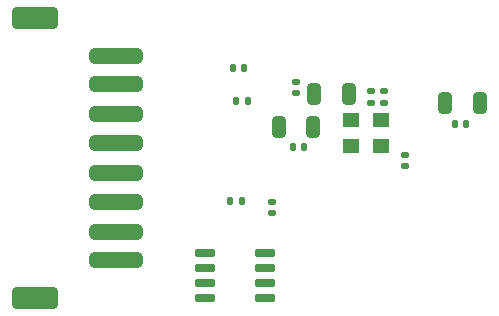
<source format=gbr>
%TF.GenerationSoftware,KiCad,Pcbnew,8.0.5*%
%TF.CreationDate,2024-11-05T15:42:22+00:00*%
%TF.ProjectId,ADE_Main_V4,4144455f-4d61-4696-9e5f-56342e6b6963,rev?*%
%TF.SameCoordinates,Original*%
%TF.FileFunction,Paste,Bot*%
%TF.FilePolarity,Positive*%
%FSLAX46Y46*%
G04 Gerber Fmt 4.6, Leading zero omitted, Abs format (unit mm)*
G04 Created by KiCad (PCBNEW 8.0.5) date 2024-11-05 15:42:22*
%MOMM*%
%LPD*%
G01*
G04 APERTURE LIST*
G04 Aperture macros list*
%AMRoundRect*
0 Rectangle with rounded corners*
0 $1 Rounding radius*
0 $2 $3 $4 $5 $6 $7 $8 $9 X,Y pos of 4 corners*
0 Add a 4 corners polygon primitive as box body*
4,1,4,$2,$3,$4,$5,$6,$7,$8,$9,$2,$3,0*
0 Add four circle primitives for the rounded corners*
1,1,$1+$1,$2,$3*
1,1,$1+$1,$4,$5*
1,1,$1+$1,$6,$7*
1,1,$1+$1,$8,$9*
0 Add four rect primitives between the rounded corners*
20,1,$1+$1,$2,$3,$4,$5,0*
20,1,$1+$1,$4,$5,$6,$7,0*
20,1,$1+$1,$6,$7,$8,$9,0*
20,1,$1+$1,$8,$9,$2,$3,0*%
G04 Aperture macros list end*
%ADD10RoundRect,0.250000X0.325000X0.650000X-0.325000X0.650000X-0.325000X-0.650000X0.325000X-0.650000X0*%
%ADD11R,1.400000X1.200000*%
%ADD12RoundRect,0.325000X1.925000X-0.325000X1.925000X0.325000X-1.925000X0.325000X-1.925000X-0.325000X0*%
%ADD13RoundRect,0.300001X1.649999X-0.599999X1.649999X0.599999X-1.649999X0.599999X-1.649999X-0.599999X0*%
%ADD14RoundRect,0.140000X-0.170000X0.140000X-0.170000X-0.140000X0.170000X-0.140000X0.170000X0.140000X0*%
%ADD15RoundRect,0.140000X0.170000X-0.140000X0.170000X0.140000X-0.170000X0.140000X-0.170000X-0.140000X0*%
%ADD16RoundRect,0.250000X-0.325000X-0.650000X0.325000X-0.650000X0.325000X0.650000X-0.325000X0.650000X0*%
%ADD17RoundRect,0.140000X-0.140000X-0.170000X0.140000X-0.170000X0.140000X0.170000X-0.140000X0.170000X0*%
%ADD18RoundRect,0.140000X0.140000X0.170000X-0.140000X0.170000X-0.140000X-0.170000X0.140000X-0.170000X0*%
%ADD19RoundRect,0.150000X-0.725000X-0.150000X0.725000X-0.150000X0.725000X0.150000X-0.725000X0.150000X0*%
G04 APERTURE END LIST*
D10*
%TO.C,C20*%
X5975000Y32375000D03*
X3025000Y32375000D03*
%TD*%
D11*
%TO.C,Y2*%
X11707500Y30725000D03*
X9167500Y30725000D03*
X9167500Y32925000D03*
X11707500Y32925000D03*
%TD*%
D12*
%TO.C,J1*%
X-10750000Y38400000D03*
X-10750000Y36000000D03*
X-10750000Y33500000D03*
X-10750000Y31000000D03*
X-10750000Y28500000D03*
X-10750000Y26000000D03*
X-10750000Y23500000D03*
X-10750000Y21125000D03*
D13*
X-17600000Y17900000D03*
X-17600000Y41600000D03*
%TD*%
D14*
%TO.C,C29*%
X2463800Y26009600D03*
X2463800Y25049600D03*
%TD*%
D15*
%TO.C,C23*%
X4546600Y35207000D03*
X4546600Y36167000D03*
%TD*%
D14*
%TO.C,C15*%
X11963400Y35377000D03*
X11963400Y34417000D03*
%TD*%
D16*
%TO.C,C22*%
X17143200Y34366200D03*
X20093200Y34366200D03*
%TD*%
D14*
%TO.C,C17*%
X10896600Y35377000D03*
X10896600Y34417000D03*
%TD*%
%TO.C,C14*%
X13775000Y29980000D03*
X13775000Y29020000D03*
%TD*%
D17*
%TO.C,C30*%
X-556200Y34544000D03*
X403800Y34544000D03*
%TD*%
D18*
%TO.C,C19*%
X5204400Y30683200D03*
X4244400Y30683200D03*
%TD*%
D19*
%TO.C,U4*%
X-3235000Y17925000D03*
X-3235000Y19195000D03*
X-3235000Y20465000D03*
X-3235000Y21735000D03*
X1915000Y21735000D03*
X1915000Y20465000D03*
X1915000Y19195000D03*
X1915000Y17925000D03*
%TD*%
D18*
%TO.C,C28*%
X-104200Y26085800D03*
X-1064200Y26085800D03*
%TD*%
%TO.C,C27*%
X127000Y37363400D03*
X-833000Y37363400D03*
%TD*%
D16*
%TO.C,C24*%
X6043400Y35128200D03*
X8993400Y35128200D03*
%TD*%
D17*
%TO.C,C21*%
X17935000Y32588200D03*
X18895000Y32588200D03*
%TD*%
M02*

</source>
